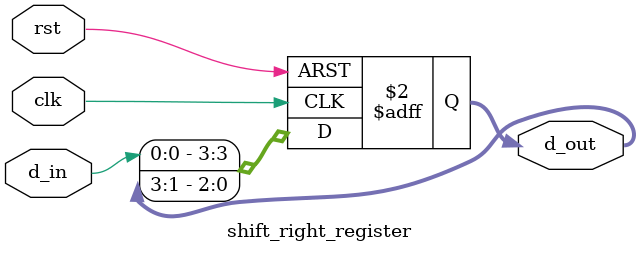
<source format=v>
module lab3_ex6(SW,LEDR,LEDG);
	input [17:0] SW;
	output [17:0] LEDR;
	output [7:0]LEDG;
	assign LEDR=SW;
	shift_right_register DUT(.clk(SW[2]), .rst(SW[1]),.d_in(SW[0]),.d_out(LEDG[3:0]));
endmodule

module shift_right_register(
        input clk, // clock input
        input rst, // reset input
        input d_in, // data input
        output reg [3:0] d_out // data output
          );
        always @(posedge clk or posedge rst) begin
        if (rst) begin
                 d_out <= 4'b0000;
            end
        else
             d_out<={d_in, d_out[3:1]};   
//this is a right shift condition , it is showing that in d_out the user given d_in will be msb and rest 3 bit of existing d_out will be at end means it is shifting right side 
//For left shift condition we can use as: d_out<={d_out[3:1], din};
    end
endmodule

</source>
